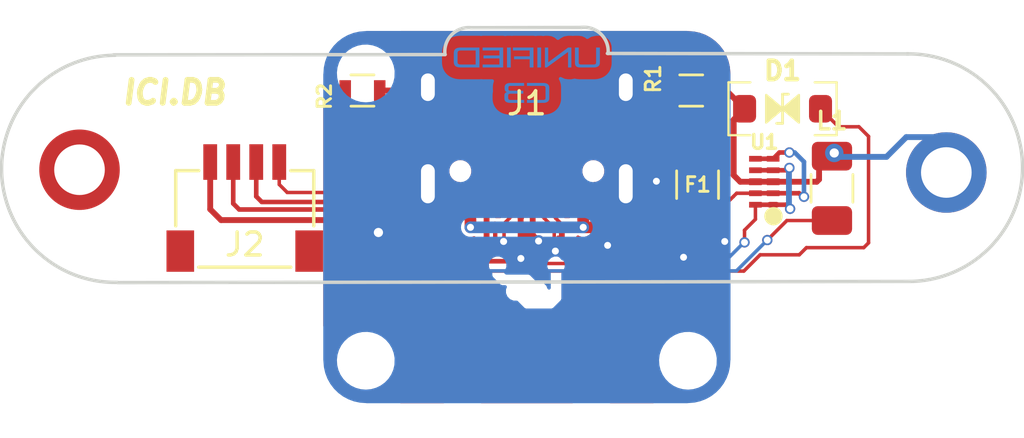
<source format=kicad_pcb>
(kicad_pcb (version 20211014) (generator pcbnew)
  (title_block (title "Unified Daughterboard") (date "2020-03-22") (rev "C3") (company "Designed by the keyboard community"))
  (layers (0 "F.Cu" signal) (31 "B.Cu" signal) (34 "B.Paste" user) (35 "F.Paste" user) (36 "B.SilkS" user "B.Silkscreen") (37 "F.SilkS" user "F.Silkscreen") (38 "B.Mask" user) (39 "F.Mask" user) (44 "Edge.Cuts" user))
  (net 0 "")
  (net 1 "GND")
  (net 2 "VCC")
  (net 3 "GNDPWR")
  (net 4 "Net-(J1-PadB8)")
  (net 5 "Net-(J1-PadA5)")
  (net 6 "DA+")
  (net 7 "Net-(J1-PadB5)")
  (net 8 "Net-(J1-PadA8)")
  (net 9 "DA-")
  (net 10 "VBUS")
  (footprint "random-keyboard-parts:Generic-Mounthole" (layer "F.Cu") (at 93.2325 62.853)
    (fp_text reference "MH2" hide)
    (fp_text value "Mount-M2" hide)
    (pad "1" thru_hole circle locked (at 0 0) (size 3.500001 3.500001) (drill 2.2) (layers *.Cu *.Mask) (net 3 "GNDPWR"))
  )
  (footprint "Resistors_SMD:R_0603" (layer "F.Cu") (at 67.85875 59.28675)
    (fp_text reference "R2" (at -1.651 0.254 90) (layer "F.SilkS") (effects (font (size 0.5842 0.5842) (thickness 0.127))))
    (fp_text value "5.1k")
    (pad "1" smd rect locked (at -0.75 0) (size 0.5 0.9) (layers "F.Cu" "F.Paste" "F.Mask") (net 7 "Net-(J1-PadB5)"))
    (pad "2" smd rect locked (at 0.75 0) (size 0.5 0.9) (layers "F.Cu" "F.Paste" "F.Mask") (net 3 "GNDPWR"))
  )
  (footprint "acheron_Components:USON-10_2.5x1.0mm_P0.5mm" (layer "F.Cu") (at 85.32125 63.2555 180)
    (fp_text reference "U1" (at 0 1.7272) (layer "F.SilkS") (effects (font (size 0.6 0.6))))
    (fp_text value "TPD4E05U06DQAR")
    (pad "1" smd roundrect locked (at -0.385 -1 90) (size 0.25 0.55) (layers "F.Cu" "F.Paste" "F.Mask") (roundrect_rratio 0.5) (net 6 "DA+"))
    (pad "2" smd rect locked (at -0.385 -0.5 90) (size 0.25 0.55) (layers "F.Cu" "F.Paste" "F.Mask") (net 9 "DA-"))
    (pad "3" smd rect locked (at -0.385 0 90) (size 0.3 0.55) (layers "F.Cu" "F.Paste" "F.Mask") (net 3 "GNDPWR"))
    (pad "4" smd rect locked (at -0.385 0.5 90) (size 0.25 0.55) (layers "F.Cu" "F.Paste" "F.Mask") (net 6 "DA+"))
    (pad "5" smd rect locked (at -0.385 1 90) (size 0.25 0.55) (layers "F.Cu" "F.Paste" "F.Mask") (net 9 "DA-"))
    (pad "6" smd rect locked (at 0.385 1 90) (size 0.25 0.55) (layers "F.Cu" "F.Paste" "F.Mask") (net 9 "DA-"))
    (pad "7" smd rect locked (at 0.385 0.5 90) (size 0.25 0.55) (layers "F.Cu" "F.Paste" "F.Mask") (net 6 "DA+"))
    (pad "8" smd rect locked (at 0.385 0 90) (size 0.3 0.55) (layers "F.Cu" "F.Paste" "F.Mask") (net 3 "GNDPWR"))
    (pad "9" smd rect locked (at 0.385 -0.5 90) (size 0.25 0.55) (layers "F.Cu" "F.Paste" "F.Mask") (net 9 "DA-"))
    (pad "10" smd rect locked (at 0.385 -1 90) (size 0.25 0.55) (layers "F.Cu" "F.Paste" "F.Mask") (net 6 "DA+"))
  )
  (footprint "acheron_Components:D_SOD-123_Bidirectional" (layer "F.Cu") (at 86.115 60.0805)
    (fp_text reference "D1" (at 0 -1.651) (layer "F.SilkS") (effects (font (size 0.8 0.8) (thickness 0.2))))
    (fp_text value "SMF9.0CA")
    (pad "1" smd roundrect locked (at -1.65 0) (size 1 1.2) (layers "F.Cu" "F.Paste" "F.Mask") (net 3 "GNDPWR"))
    (pad "2" smd roundrect locked (at 1.65 0) (size 1 1.2) (layers "F.Cu" "F.Paste" "F.Mask") (net 2 "VCC"))
  )
  (footprint "Inductor_SMD:L_1206_3216Metric" (layer "F.Cu") (at 88.2625 63.543 90)
    (fp_text reference "L1" (at 2.936 0 180) (layer "F.SilkS") (effects (font (size 0.762 0.762) (thickness 0.1524))))
    (fp_text value "60R@100MHz")
    (pad "1" smd roundrect locked (at -1.4 0 90) (size 1.25 1.75) (layers "F.Cu" "F.Paste" "F.Mask") (roundrect_rratio 0.2) (net 1 "GND"))
    (pad "2" smd roundrect locked (at 1.4 0 90) (size 1.25 1.75) (layers "F.Cu" "F.Paste" "F.Mask") (roundrect_rratio 0.2) (net 3 "GNDPWR"))
  )
  (footprint "random-keyboard-parts:Generic-Mounthole" (layer "F.Cu") (at 55.5625 62.733)
    (fp_text reference "MH1")
    (fp_text value "Mount-M2" hide)
    (pad "" np_thru_hole circle locked (at 0 0) (size 3.500001 3.500001) (drill 2.2) (layers "F.Cu" "F.Mask") (clearance 0.508))
  )
  (footprint "random-keyboard-parts:JST-SR-4" (layer "F.Cu") (at 62.7425 67.173)
    (fp_text reference "J2" (at 0.004 -1.189) (layer "F.SilkS"))
    (fp_text value "SM04B-SRSS-TB(LF)(SN)")
    (pad "" smd rect locked (at -2.8 -0.9) (size 1.2 1.8) (layers "F.Cu" "F.Paste" "F.Mask"))
    (pad "" smd rect locked (at 2.8 -0.9) (size 1.2 1.8) (layers "F.Cu" "F.Paste" "F.Mask"))
    (pad "1" smd rect locked (at -1.5 -4.775) (size 0.6 1.55) (layers "F.Cu" "F.Paste" "F.Mask") (net 2 "VCC"))
    (pad "2" smd rect locked (at -0.5 -4.775) (size 0.6 1.55) (layers "F.Cu" "F.Paste" "F.Mask") (net 9 "DA-"))
    (pad "3" smd rect locked (at 0.5 -4.775) (size 0.6 1.55) (layers "F.Cu" "F.Paste" "F.Mask") (net 6 "DA+"))
    (pad "4" smd rect locked (at 1.5 -4.775) (size 0.6 1.55) (layers "F.Cu" "F.Paste" "F.Mask") (net 1 "GND"))
  )
  (footprint "Fuse:Fuse_1206_3216Metric" (layer "F.Cu") (at 82.4225 63.383 -90)
    (fp_text reference "F1" (at 0 0) (layer "F.SilkS") (effects (font (size 0.635 0.635) (thickness 0.127))))
    (fp_text value "ASMD1206-150")
    (pad "1" smd roundrect locked (at -1.4 0 270) (size 1.25 1.75) (layers "F.Cu" "F.Paste" "F.Mask") (roundrect_rratio 0.2) (net 10 "VBUS"))
    (pad "2" smd roundrect locked (at 1.4 0 270) (size 1.25 1.75) (layers "F.Cu" "F.Paste" "F.Mask") (roundrect_rratio 0.2) (net 2 "VCC"))
  )
  (footprint "Resistors_SMD:R_0603" (layer "F.Cu") (at 82.14625 59.28675)
    (fp_text reference "R1" (at -1.651 -0.508 90) (layer "F.SilkS") (effects (font (size 0.635 0.635) (thickness 0.127))))
    (fp_text value "5.1k")
    (pad "1" smd rect locked (at -0.75 0) (size 0.5 0.9) (layers "F.Cu" "F.Paste" "F.Mask") (net 5 "Net-(J1-PadA5)"))
    (pad "2" smd rect locked (at 0.75 0) (size 0.5 0.9) (layers "F.Cu" "F.Paste" "F.Mask") (net 3 "GNDPWR"))
  )
  (footprint "acheron_Connectors:TYPE-C-31-M-12" (layer "F.Cu") (at 75.0025 64.843 180)
    (fp_text reference "J1" (at 0 5) (layer "F.SilkS"))
    (fp_text value "TYPE-C-31-M12_13")
    (pad "" np_thru_hole circle locked (at -2.89 2.051 180) (size 0.65 0.65) (drill 0.65) (layers *.Cu *.Mask))
    (pad "" np_thru_hole circle locked (at 2.89 2.051 180) (size 0.65 0.65) (drill 0.65) (layers *.Cu *.Mask))
    (pad "A1" smd roundrect locked (at -3.25 1.275 180) (size 0.6 1.45) (drill (offset 0 -0.55)) (layers "F.Cu" "F.Paste" "F.Mask") (net 3 "GNDPWR"))
    (pad "A4" smd roundrect locked (at -2.45 1.275 180) (size 0.6 1.45) (drill (offset 0 -0.55)) (layers "F.Cu" "F.Paste" "F.Mask") (net 10 "VBUS"))
    (pad "A5" smd roundrect locked (at -1.25 1.275 180) (size 0.3 1.45) (drill (offset 0 -0.55)) (layers "F.Cu" "F.Paste" "F.Mask") (net 5 "Net-(J1-PadA5)"))
    (pad "A6" smd roundrect locked (at -0.254 1.275 180) (size 0.3 1.45) (drill (offset 0 -0.55)) (layers "F.Cu" "F.Paste" "F.Mask") (net 6 "DA+"))
    (pad "A7" smd roundrect locked (at 0.25 1.275 180) (size 0.3 1.45) (drill (offset 0 -0.55)) (layers "F.Cu" "F.Paste" "F.Mask") (net 9 "DA-"))
    (pad "A8" smd roundrect locked (at 1.25 1.275 180) (size 0.3 1.45) (drill (offset 0 -0.55)) (layers "F.Cu" "F.Paste" "F.Mask") (net 8 "Net-(J1-PadA8)"))
    (pad "B1" smd roundrect locked (at 3.25 1.275 180) (size 0.6 1.45) (drill (offset 0 -0.55)) (layers "F.Cu" "F.Paste" "F.Mask") (net 3 "GNDPWR"))
    (pad "B4" smd roundrect locked (at 2.45 1.275 180) (size 0.6 1.45) (drill (offset 0 -0.55)) (layers "F.Cu" "F.Paste" "F.Mask") (net 10 "VBUS"))
    (pad "B5" smd roundrect locked (at 1.75 1.275 180) (size 0.3 1.45) (drill (offset 0 -0.55)) (layers "F.Cu" "F.Paste" "F.Mask") (net 7 "Net-(J1-PadB5)"))
    (pad "B6" smd roundrect locked (at 0.75 1.275 180) (size 0.3 1.45) (drill (offset 0 -0.55)) (layers "F.Cu" "F.Paste" "F.Mask") (net 6 "DA+"))
    (pad "B7" smd roundrect locked (at -0.75 1.275 180) (size 0.3 1.45) (drill (offset 0 -0.55)) (layers "F.Cu" "F.Paste" "F.Mask") (net 9 "DA-"))
    (pad "B8" smd roundrect locked (at -1.75 1.275 180) (size 0.3 1.45) (drill (offset 0 -0.55)) (layers "F.Cu" "F.Paste" "F.Mask") (net 4 "Net-(J1-PadB8)"))
    (pad "S" thru_hole oval locked (at 4.3 1.5 180) (size 1.1 2.2) (drill oval 0.6 1.7) (layers *.Cu *.Mask) (net 3 "GNDPWR"))
    (pad "S" thru_hole oval locked (at -4.3 5.7 180) (size 1.3 1.9) (drill oval 0.6 1.2) (layers *.Cu *.Mask) (net 3 "GNDPWR"))
    (pad "S" thru_hole oval locked (at -4.3 1.5 180) (size 1.1 2.2) (drill oval 0.6 1.7) (layers *.Cu *.Mask) (net 3 "GNDPWR"))
    (pad "S" thru_hole oval locked (at 4.3 5.7 180) (size 1.3 1.9) (drill oval 0.6 1.2) (layers *.Cu *.Mask) (net 3 "GNDPWR"))
  )
  (footprint "Unified-Daughterboard-Logo:Unified-Daughterboard-Logo.pretty" (layer "B.Cu") (at 75.0025 66.509 180)
    (fp_text reference "G1" hide)
    (fp_text value "Unified-Daughterboard-Logo" hide)
  )
  (footprint "Unified-Daughterboard-Logo:Unified-Daughterboard-Name.pretty" (layer "B.Cu") (at 75.0025 58.62 180)
    (fp_text reference "G2" hide)
    (fp_text value "Unified-Daughterboard-Name" hide)
    (pad "1" smd custom locked (at -0.21 1.11 180) (size 0.1 0.1) (layers "B.Cu" "B.Mask") (options (clearance outline) (anchor circle)) (primitives (gr_poly (pts (xy 0.003288 -0.773876) (xy 0.085012 -0.773493) (xy 0.085387 -0.594886) (xy 0.085763 -0.416278) (xy 0.764682 -0.416278) (xy 0.764682 -0.287592) (xy 0.085751 -0.287592) (xy 0.085751 -0.034657) (xy 0.813494 -0.034657) (xy 0.813494 0.094029) (xy -0.078435 0.094029) (xy -0.078435 -0.774258)) (width 0) (fill yes))))
    (pad "1" smd custom locked (at 1.12 1.09 180) (size 0.1 0.1) (layers "B.Cu" "B.Mask") (options (clearance outline) (anchor circle)) (primitives (gr_poly (pts (xy 0.801419 -0.625552) (xy 0.437177 -0.62518) (xy 0.072936 -0.624807) (xy 0.072558 -0.492053) (xy 0.072181 -0.359299) (xy 0.76444 -0.359299) (xy 0.76444 -0.230613) (xy 0.072197 -0.230613) (xy 0.072197 -0.014657) (xy 0.801419 -0.014657) (xy 0.801419 0.114029) (xy -0.091989 0.114029) (xy -0.091989 -0.319116) (xy -0.091987 -0.350411) (xy -0.091978 -0.385353) (xy -0.091963 -0.419426) (xy -0.091941 -0.452515) (xy -0.091914 -0.484502) (xy -0.091882 -0.515272) (xy -0.091844 -0.544709) (xy -0.091802 -0.572696) (xy -0.091755 -0.599118) (xy -0.091703 -0.623859) (xy -0.091647 -0.646802) (xy -0.091588 -0.667831) (xy -0.091524 -0.686831) (xy -0.091458 -0.703685) (xy -0.091388 -0.718277) (xy -0.091316 -0.730491) (xy -0.091241 -0.740211) (xy -0.091164 -0.747321) (xy -0.091084 -0.751705) (xy -0.091003 -0.753247) (xy -0.09095 -0.75326) (xy -0.088934 -0.75334) (xy -0.084093 -0.753417) (xy -0.076541 -0.753493) (xy -0.066393 -0.753567) (xy -0.053764 -0.753638) (xy -0.038766 -0.753707) (xy -0.021516 -0.753772) (xy -0.002127 -0.753834) (xy 0.019286 -0.753893) (xy 0.042608 -0.753947) (xy 0.067726 -0.753998) (xy 0.094525 -0.754045) (xy 0.122891 -0.754087) (xy 0.152708 -0.754124) (xy 0.183864 -0.754156) (xy 0.216242 -0.754183) (xy 0.24973 -0.754204) (xy 0.284211 -0.75422) (xy 0.319573 -0.75423) (xy 0.355701 -0.754233) (xy 0.801419 -0.754233)) (width 0) (fill yes))))
    (pad "1" smd custom locked (at 0.78 0.91 180) (size 0.1 0.1) (layers "B.Cu" "B.Mask") (options (clearance outline) (anchor circle)) (primitives (gr_poly (pts (xy 0.082346 0.294029) (xy -0.08184 0.294029) (xy -0.08184 -0.574233) (xy 0.082346 -0.574233)) (width 0) (fill yes))))
    (pad "1" smd custom locked (at -1.86 1.08 180) (size 0.1 0.1) (layers "B.Cu" "B.Mask") (options (clearance outline) (anchor circle)) (primitives (gr_poly (pts (xy 0.068747 -0.406986) (xy 0.068748 -0.389825) (xy 0.068756 -0.358871) (xy 0.06877 -0.328777) (xy 0.068792 -0.299675) (xy 0.06882 -0.271694) (xy 0.068854 -0.244966) (xy 0.068893 -0.219624) (xy 0.068938 -0.195796) (xy 0.068988 -0.173616) (xy 0.069043 -0.153214) (xy 0.069102 -0.134721) (xy 0.069166 -0.118268) (xy 0.069233 -0.103986) (xy 0.069303 -0.092007) (xy 0.069376 -0.082462) (xy 0.069452 -0.075481) (xy 0.069531 -0.071197) (xy 0.069611 -0.069739) (xy 0.070388 -0.070253) (xy 0.073417 -0.072395) (xy 0.07861 -0.076119) (xy 0.085842 -0.081333) (xy 0.094985 -0.087945) (xy 0.105914 -0.095864) (xy 0.118502 -0.104998) (xy 0.132622 -0.115254) (xy 0.148149 -0.126541) (xy 0.164954 -0.138767) (xy 0.182913 -0.15184) (xy 0.201899 -0.165668) (xy 0.221784 -0.18016) (xy 0.242443 -0.195223) (xy 0.26375 -0.210765) (xy 0.284385 -0.225822) (xy 0.307606 -0.242766) (xy 0.332747 -0.26111) (xy 0.359569 -0.280681) (xy 0.387834 -0.301305) (xy 0.417304 -0.322808) (xy 0.447742 -0.345017) (xy 0.478909 -0.367758) (xy 0.510567 -0.390857) (xy 0.54248 -0.414142) (xy 0.574407 -0.437438) (xy 0.606113 -0.460572) (xy 0.637358 -0.483369) (xy 0.667905 -0.505658) (xy 0.697516 -0.527263) (xy 0.725953 -0.548012) (xy 0.994882 -0.744233) (xy 1.07457 -0.744233) (xy 1.07457 0.124029) (xy 0.931099 0.124029) (xy 0.930726 -0.197717) (xy 0.930353 -0.519464) (xy 0.49918 -0.197759) (xy 0.068007 0.123947) (xy -0.074731 0.124029) (xy -0.074731 -0.744233) (xy 0.068747 -0.744233)) (width 0) (fill yes))))
    (pad "1" smd custom locked (at 2.15 1.08 180) (size 0.1 0.1) (layers "B.Cu" "B.Mask") (options (clearance outline) (anchor circle)) (primitives (gr_poly (pts (xy 0.313898 -0.744212) (xy 0.329394 -0.744211) (xy 0.370812 -0.744199) (xy 0.410509 -0.744176) (xy 0.448409 -0.744143) (xy 0.484433 -0.744099) (xy 0.518505 -0.744046) (xy 0.550548 -0.743982) (xy 0.580483 -0.743909) (xy 0.608234 -0.743827) (xy 0.633723 -0.743735) (xy 0.656872 -0.743635) (xy 0.677605 -0.743527) (xy 0.695844 -0.74341) (xy 0.711511 -0.743285) (xy 0.72453 -0.743153) (xy 0.734822 -0.743013) (xy 0.742311 -0.742866) (xy 0.746919 -0.742712) (xy 0.7653 -0.74162) (xy 0.792054 -0.739291) (xy 0.816538 -0.736161) (xy 0.839122 -0.732172) (xy 0.860175 -0.727264) (xy 0.880066 -0.721378) (xy 0.899954 -0.714129) (xy 0.922318 -0.703905) (xy 0.942262 -0.692199) (xy 0.959866 -0.678908) (xy 0.97521 -0.663926) (xy 0.988374 -0.64715) (xy 0.999436 -0.628476) (xy 1.008478 -0.6078) (xy 1.015577 -0.585016) (xy 1.020814 -0.560023) (xy 1.024268 -0.532714) (xy 1.024308 -0.532253) (xy 1.024561 -0.528022) (xy 1.024784 -0.521829) (xy 1.024977 -0.513591) (xy 1.025141 -0.503226) (xy 1.025275 -0.49065) (xy 1.025381 -0.47578) (xy 1.025458 -0.458533) (xy 1.025508 -0.438826) (xy 1.025529 -0.416576) (xy 1.025524 -0.391701) (xy 1.025492 -0.364116) (xy 1.025433 -0.333739) (xy 1.025349 -0.300487) (xy 1.025318 -0.289715) (xy 1.025233 -0.261007) (xy 1.025149 -0.235055) (xy 1.025064 -0.21171) (xy 1.024976 -0.190822) (xy 1.024882 -0.172242) (xy 1.024782 -0.15582) (xy 1.024672 -0.141407) (xy 1.024552 -0.128854) (xy 1.024418 -0.11801) (xy 1.02427 -0.108727) (xy 1.024104 -0.100855) (xy 1.023919 -0.094244) (xy 1.023713 -0.088745) (xy 1.023484 -0.084209) (xy 1.02323 -0.080485) (xy 1.022949 -0.077425) (xy 1.022638 -0.074879) (xy 1.022297 -0.072698) (xy 1.02117 -0.066444) (xy 1.016388 -0.043784) (xy 1.010876 -0.023626) (xy 1.004491 -0.005648) (xy 0.99709 0.010475) (xy 0.98853 0.025063) (xy 0.978668 0.03844) (xy 0.967359 0.050927) (xy 0.957464 0.06015) (xy 0.940664 0.073051) (xy 0.92186 0.084428) (xy 0.900958 0.094314) (xy 0.877866 0.102741) (xy 0.852488 0.109741) (xy 0.824732 0.115348) (xy 0.794505 0.119594) (xy 0.761711 0.122511) (xy 0.76038 0.12258) (xy 0.755247 0.122731) (xy 0.747246 0.122876) (xy 0.736436 0.123012) (xy 0.722881 0.123141) (xy 0.706643 0.123262) (xy 0.687783 0.123374) (xy 0.666363 0.123478) (xy 0.642445 0.123573) (xy 0.616092 0.12366) (xy 0.587364 0.123737) (xy 0.556324 0.123805) (xy 0.523033 0.123864) (xy 0.487554 0.123913) (xy 0.449948 0.123952) (xy 0.410278 0.12398) (xy 0.368605 0.123999) (xy 0.324991 0.124007) (xy -0.089541 0.124029) (xy -0.089541 -0.004595) (xy 0.074645 -0.004595) (xy 0.41374 -0.005035) (xy 0.43309 -0.00506) (xy 0.469832 -0.005104) (xy 0.503793 -0.005146) (xy 0.535091 -0.005186) (xy 0.563843 -0.00523) (xy 0.590167 -0.005279) (xy 0.614183 -0.005337) (xy 0.636007 -0.005407) (xy 0.655758 -0.005492) (xy 0.673554 -0.005595) (xy 0.689512 -0.00572) (xy 0.703752 -0.00587) (xy 0.716391 -0.006047) (xy 0.727547 -0.006255) (xy 0.737338 -0.006496) (xy 0.745882 -0.006775) (xy 0.753297 -0.007094) (xy 0.759702 -0.007457) (xy 0.765214 -0.007865) (xy 0.769951 -0.008324) (xy 0.774032 -0.008835) (xy 0.777575 -0.009401) (xy 0.780697 -0.010027) (xy 0.783516 -0.010715) (xy 0.786151 -0.011468) (xy 0.78872 -0.012289) (xy 0.791341 -0.013182) (xy 0.794132 -0.014149) (xy 0.79721 -0.015194) (xy 0.801711 -0.016743) (xy 0.810985 -0.020469) (xy 0.81868 -0.024594) (xy 0.825753 -0.029682) (xy 0.833165 -0.036295) (xy 0.838456 -0.041941) (xy 0.84653 -0.053656) (xy 0.852863 -0.067553) (xy 0.857536 -0.083791) (xy 0.860814 -0.098583) (xy 0.860814 -0.524579) (xy 0.857544 -0.539296) (xy 0.854239 -0.551617) (xy 0.849523 -0.56337) (xy 0.843457 -0.573443) (xy 0.835723 -0.582459) (xy 0.829369 -0.588175) (xy 0.819304 -0.595087) (xy 0.807602 -0.600851) (xy 0.794019 -0.605547) (xy 0.778308 -0.609255) (xy 0.760224 -0.612057) (xy 0.739524 -0.614032) (xy 0.738586 -0.614088) (xy 0.733673 -0.614263) (xy 0.725895 -0.614428) (xy 0.715324 -0.614582) (xy 0.702033 -0.614726) (xy 0.686092 -0.61486) (xy 0.667574 -0.614982) (xy 0.646549 -0.615093) (xy 0.623091 -0.615192) (xy 0.597269 -0.61528) (xy 0.569156 -0.615355) (xy 0.538823 -0.615417) (xy 0.506343 -0.615466) (xy 0.471786 -0.615502) (xy 0.435225 -0.615525) (xy 0.39673 -0.615534) (xy 0.074645 -0.615547) (xy 0.074645 -0.004595) (xy -0.089541 -0.004595) (xy -0.089541 -0.615547) (xy -0.089541 -0.744233)) (width 0) (fill yes))))
    (pad "1" smd custom locked (at -0.54 1.02 180) (size 0.1 0.1) (layers "B.Cu" "B.Mask") (options (clearance outline) (anchor circle)) (primitives (gr_poly (pts (xy 0.084421 0.184029) (xy -0.079765 0.184029) (xy -0.079765 -0.249116) (xy -0.079762 -0.280411) (xy -0.079753 -0.315353) (xy -0.079738 -0.349426) (xy -0.079717 -0.382515) (xy -0.07969 -0.414502) (xy -0.079657 -0.445272) (xy -0.07962 -0.474709) (xy -0.079577 -0.502696) (xy -0.07953 -0.529118) (xy -0.079478 -0.553859) (xy -0.079423 -0.576802) (xy -0.079363 -0.597831) (xy -0.0793 -0.616831) (xy -0.079233 -0.633685) (xy -0.079164 -0.648277) (xy -0.079091 -0.660491) (xy -0.079016 -0.670211) (xy -0.078939 -0.677321) (xy -0.07886 -0.681705) (xy -0.078779 -0.683247) (xy -0.078157 -0.683357) (xy -0.07491 -0.683536) (xy -0.069138 -0.683701) (xy -0.061112 -0.68385) (xy -0.051103 -0.683979) (xy -0.039385 -0.684085) (xy -0.026228 -0.684165) (xy -0.011904 -0.684215) (xy 0.003314 -0.684233) (xy 0.084421 -0.684233)) (width 0) (fill yes))))
    (pad "1" smd custom locked (at -3.1 0.8 180) (size 0.1 0.1) (layers "B.Cu" "B.Mask") (options (clearance outline) (anchor circle)) (primitives (gr_poly (pts (xy 0.533046 -0.464006) (xy 0.56005 -0.463987) (xy 0.586556 -0.463959) (xy 0.612387 -0.46392) (xy 0.637369 -0.463872) (xy 0.661326 -0.463814) (xy 0.684081 -0.463747) (xy 0.70546 -0.463669) (xy 0.725286 -0.463582) (xy 0.743383 -0.463485) (xy 0.759577 -0.463378) (xy 0.773691 -0.463261) (xy 0.785549 -0.463134) (xy 0.794977 -0.462998) (xy 0.801797 -0.462851) (xy 0.805835 -0.462694) (xy 0.809248 -0.462474) (xy 0.830305 -0.460737) (xy 0.849006 -0.458433) (xy 0.865846 -0.455443) (xy 0.88132 -0.451648) (xy 0.895924 -0.44693) (xy 0.910155 -0.441169) (xy 0.924506 -0.434247) (xy 0.925882 -0.433527) (xy 0.943719 -0.42249) (xy 0.959403 -0.409438) (xy 0.97288 -0.394443) (xy 0.984093 -0.377575) (xy 0.992987 -0.358905) (xy 0.999505 -0.338505) (xy 1.000264 -0.33551) (xy 1.001227 -0.331773) (xy 1.002118 -0.328305) (xy 1.002938 -0.324986) (xy 1.003692 -0.321698) (xy 1.004382 -0.31832) (xy 1.005011 -0.314732) (xy 1.005582 -0.310816) (xy 1.006098 -0.306452) (xy 1.006562 -0.301521) (xy 1.006978 -0.295902) (xy 1.007348 -0.289476) (xy 1.007675 -0.282124) (xy 1.007962 -0.273726) (xy 1.008212 -0.264163) (xy 1.008429 -0.253315) (xy 1.008615 -0.241063) (xy 1.008774 -0.227287) (xy 1.008908 -0.211867) (xy 1.00902 -0.194684) (xy 1.009113 -0.175619) (xy 1.009192 -0.154552) (xy 1.009257 -0.131363) (xy 1.009313 -0.105933) (xy 1.009362 -0.078142) (xy 1.009408 -0.047871) (xy 1.009454 -0.015001) (xy 1.009502 0.020589) (xy 1.009556 0.059017) (xy 1.010053 0.404029) (xy 0.844293 0.404029) (xy 0.844293 0.067094) (xy 0.844292 0.034112) (xy 0.844287 -0.001018) (xy 0.844278 -0.033401) (xy 0.844263 -0.063151) (xy 0.844243 -0.090381) (xy 0.844216 -0.115203) (xy 0.844182 -0.137732) (xy 0.844139 -0.15808) (xy 0.844088 -0.176361) (xy 0.844027 -0.192687) (xy 0.843956 -0.207172) (xy 0.843874 -0.219928) (xy 0.84378 -0.231069) (xy 0.843673 -0.240709) (xy 0.843553 -0.24896) (xy 0.843419 -0.255935) (xy 0.84327 -0.261748) (xy 0.843106 -0.266511) (xy 0.842926 -0.270338) (xy 0.842728 -0.273342) (xy 0.842513 -0.275636) (xy 0.842279 -0.277334) (xy 0.842026 -0.278547) (xy 0.841693 -0.279782) (xy 0.836778 -0.292623) (xy 0.829625 -0.303717) (xy 0.820189 -0.313093) (xy 0.808426 -0.320781) (xy 0.794289 -0.326811) (xy 0.777734 -0.331215) (xy 0.758715 -0.334021) (xy 0.757371 -0.334117) (xy 0.752564 -0.334299) (xy 0.745076 -0.334468) (xy 0.735089 -0.334626) (xy 0.722784 -0.334772) (xy 0.708343 -0.334906) (xy 0.691949 -0.335028) (xy 0.673782 -0.335138) (xy 0.654026 -0.335236) (xy 0.632862 -0.335322) (xy 0.610471 -0.335397) (xy 0.587037 -0.335459) (xy 0.56274 -0.335509) (xy 0.537763 -0.335548) (xy 0.512288 -0.335574) (xy 0.486496 -0.335589) (xy 0.46057 -0.335592) (xy 0.434691 -0.335583) (xy 0.409041 -0.335562) (xy 0.383803 -0.335529) (xy 0.359158 -0.335484) (xy 0.335288 -0.335427) (xy 0.312375 -0.335358) (xy 0.290601 -0.335278) (xy 0.270149 -0.335185) (xy 0.251199 -0.335081) (xy 0.233933 -0.334964) (xy 0.218535 -0.334836) (xy 0.205185 -0.334696) (xy 0.194065 -0.334544) (xy 0.185359 -0.33438) (xy 0.179246 -0.334204) (xy 0.17591 -0.334016) (xy 0.159412 -0.331646) (xy 0.142509 -0.327411) (xy 0.128049 -0.321571) (xy 0.115997 -0.314107) (xy 0.106317 -0.305001) (xy 0.098977 -0.294237) (xy 0.098866 -0.29403) (xy 0.097893 -0.292277) (xy 0.096994 -0.290699) (xy 0.096166 -0.289178) (xy 0.095405 -0.287598) (xy 0.094709 -0.285845) (xy 0.094075 -0.283801) (xy 0.0935 -0.281351) (xy 0.092981 -0.278379) (xy 0.092515 -0.274769) (xy 0.0921 -0.270405) (xy 0.091732 -0.26517) (xy 0.091408 -0.258949) (xy 0.091127 -0.251626) (xy 0.090884 -0.243085) (xy 0.090677 -0.233209) (xy 0.090503 -0.221883) (xy 0.09036 -0.208991) (xy 0.090244 -0.194417) (xy 0.090152 -0.178044) (xy 0.090082 -0.159757) (xy 0.09003 -0.13944) (xy 0.089995 -0.116977) (xy 0.089972 -0.092251) (xy 0.089959 -0.065147) (xy 0.089953 -0.035549) (xy 0.089952 -0.003341) (xy 0.089952 0.031594) (xy 0.089951 0.069371) (xy 0.089925 0.404029) (xy -0.07426 0.404029) (xy -0.074233 0.064934) (xy -0.074233 0.056895) (xy -0.074227 0.019475) (xy -0.074217 -0.015124) (xy -0.074202 -0.047016) (xy -0.074181 -0.076313) (xy -0.074153 -0.10313) (xy -0.074119 -0.12758) (xy -0.074076 -0.149778) (xy -0.074025 -0.169835) (xy -0.073965 -0.187867) (xy -0.073894 -0.203987) (xy -0.073813 -0.218309) (xy -0.07372 -0.230945) (xy -0.073615 -0.242011) (xy -0.073498 -0.251618) (xy -0.073366 -0.259882) (xy -0.07322 -0.266916) (xy -0.07306 -0.272833) (xy -0.072883 -0.277748) (xy -0.07269 -0.281773) (xy -0.07248 -0.285022) (xy -0.072252 -0.287609) (xy -0.072005 -0.289648) (xy -0.070903 -0.296724) (xy -0.065671 -0.320281) (xy -0.058291 -0.341867) (xy -0.048721 -0.361574) (xy -0.036916 -0.379497) (xy -0.022834 -0.39573) (xy -0.01687 -0.401474) (xy -0.003985 -0.412081) (xy 0.010583 -0.421761) (xy 0.027473 -0.430958) (xy 0.034325 -0.434254) (xy 0.056097 -0.4432) (xy 0.079213 -0.450434) (xy 0.103987 -0.456031) (xy 0.130734 -0.460065) (xy 0.159766 -0.462612) (xy 0.162074 -0.462714) (xy 0.168001 -0.462866) (xy 0.176592 -0.463008) (xy 0.187672 -0.463141) (xy 0.201065 -0.463265) (xy 0.216596 -0.46338) (xy 0.234088 -0.463485) (xy 0.253366 -0.463581) (xy 0.274255 -0.463667) (xy 0.296578 -0.463744) (xy 0.32016 -0.463811) (xy 0.344824 -0.463869) (xy 0.370397 -0.463917) (xy 0.396701 -0.463956) (xy 0.423561 -0.463985) (xy 0.450801 -0.464005) (xy 0.478246 -0.464015) (xy 0.505719 -0.464015)) (width 0) (fill yes))))
    (pad "1" smd custom locked (at -0.9 -0.79 180) (size 0.1 0.1) (layers "B.Cu" "B.Mask") (options (clearance outline) (anchor circle)) (primitives (gr_poly (pts (xy 0.894083 -0.285396) (xy 0.162643 -0.284604) (xy 0.148215 -0.28062) (xy 0.140689 -0.27833) (xy 0.125966 -0.272283) (xy 0.113823 -0.264855) (xy 0.104221 -0.256019) (xy 0.097122 -0.245749) (xy 0.096154 -0.243975) (xy 0.095065 -0.242029) (xy 0.094077 -0.240196) (xy 0.093185 -0.238338) (xy 0.092383 -0.236315) (xy 0.091667 -0.233986) (xy 0.091032 -0.231212) (xy 0.090474 -0.227854) (xy 0.089987 -0.223772) (xy 0.089566 -0.218826) (xy 0.089207 -0.212877) (xy 0.088905 -0.205785) (xy 0.088655 -0.19741) (xy 0.088453 -0.187613) (xy 0.088293 -0.176254) (xy 0.08817 -0.163194) (xy 0.088081 -0.148292) (xy 0.088019 -0.131409) (xy 0.087981 -0.112407) (xy 0.08796 -0.091143) (xy 0.087954 -0.067481) (xy 0.087956 -0.041279) (xy 0.087962 -0.012397) (xy 0.087967 0.019302) (xy 0.087968 0.035011) (xy 0.08797 0.065453) (xy 0.087973 0.093142) (xy 0.087983 0.118217) (xy 0.088004 0.140816) (xy 0.088041 0.161079) (xy 0.088097 0.179143) (xy 0.088177 0.195148) (xy 0.088286 0.209231) (xy 0.088427 0.221532) (xy 0.088606 0.232189) (xy 0.088825 0.241342) (xy 0.089091 0.249127) (xy 0.089407 0.255685) (xy 0.089777 0.261153) (xy 0.090206 0.265671) (xy 0.090698 0.269377) (xy 0.091257 0.272409) (xy 0.091889 0.274907) (xy 0.092597 0.277009) (xy 0.093385 0.278853) (xy 0.094258 0.280578) (xy 0.09522 0.282323) (xy 0.096276 0.284226) (xy 0.102003 0.292642) (xy 0.111022 0.301664) (xy 0.122093 0.309466) (xy 0.134767 0.315738) (xy 0.148591 0.320169) (xy 0.149299 0.320338) (xy 0.151761 0.320894) (xy 0.154316 0.321409) (xy 0.157079 0.321885) (xy 0.160163 0.322323) (xy 0.163683 0.322725) (xy 0.167755 0.323092) (xy 0.172493 0.323425) (xy 0.178011 0.323727) (xy 0.184424 0.323999) (xy 0.191847 0.324243) (xy 0.200394 0.324459) (xy 0.21018 0.324651) (xy 0.22132 0.324818) (xy 0.233927 0.324964) (xy 0.248118 0.325088) (xy 0.264006 0.325194) (xy 0.281706 0.325282) (xy 0.301333 0.325354) (xy 0.323001 0.325412) (xy 0.346825 0.325457) (xy 0.372919 0.325491) (xy 0.401399 0.325515) (xy 0.432379 0.325531) (xy 0.465973 0.32554) (xy 0.502296 0.325545) (xy 0.541462 0.325546) (xy 0.894083 0.325546) (xy 0.894083 0.454326) (xy 0.523926 0.453788) (xy 0.487637 0.453732) (xy 0.447892 0.453663) (xy 0.410961 0.453591) (xy 0.376767 0.453514) (xy 0.345233 0.453431) (xy 0.316282 0.453344) (xy 0.289836 0.45325) (xy 0.265818 0.453149) (xy 0.24415 0.453042) (xy 0.224755 0.452928) (xy 0.207556 0.452805) (xy 0.192475 0.452675) (xy 0.179434 0.452535) (xy 0.168358 0.452386) (xy 0.159167 0.452228) (xy 0.151784 0.452059) (xy 0.146134 0.45188) (xy 0.142136 0.45169) (xy 0.139716 0.451488) (xy 0.129032 0.450053) (xy 0.100521 0.44515) (xy 0.074518 0.438966) (xy 0.050879 0.431444) (xy 0.029459 0.422527) (xy 0.010114 0.412157) (xy -0.0073 0.400278) (xy -0.022926 0.386832) (xy -0.030704 0.378898) (xy -0.042344 0.36482) (xy -0.052076 0.349726) (xy -0.060136 0.333172) (xy -0.066762 0.314711) (xy -0.072189 0.293898) (xy -0.075501 0.278953) (xy -0.075501 0.000861) (xy -0.075498 -0.030031) (xy -0.075491 -0.058179) (xy -0.075478 -0.083719) (xy -0.075459 -0.106786) (xy -0.075432 -0.127516) (xy -0.075396 -0.146044) (xy -0.075348 -0.162506) (xy -0.075289 -0.177038) (xy -0.075216 -0.189776) (xy -0.075129 -0.200854) (xy -0.075025 -0.21041) (xy -0.074904 -0.218577) (xy -0.074764 -0.225492) (xy -0.074604 -0.231291) (xy -0.074422 -0.236108) (xy -0.074218 -0.240081) (xy -0.073989 -0.243343) (xy -0.073735 -0.246032) (xy -0.073454 -0.248282) (xy -0.073144 -0.250229) (xy -0.072805 -0.252009) (xy -0.071402 -0.25847) (xy -0.064639 -0.281934) (xy -0.055649 -0.303459) (xy -0.044427 -0.323062) (xy -0.043823 -0.323961) (xy -0.037047 -0.332809) (xy -0.028538 -0.342284) (xy -0.019054 -0.351632) (xy -0.009353 -0.360104) (xy -0.000191 -0.366948) (xy 0.019103 -0.378489) (xy 0.041682 -0.389062) (xy 0.066269 -0.397774) (xy 0.09296 -0.404651) (xy 0.121848 -0.409723) (xy 0.153028 -0.413017) (xy 0.153298 -0.413029) (xy 0.156133 -0.413074) (xy 0.161763 -0.413121) (xy 0.170059 -0.413168) (xy 0.180892 -0.413216) (xy 0.194134 -0.413263) (xy 0.209656 -0.413311) (xy 0.227328 -0.413358) (xy 0.247024 -0.413404) (xy 0.268613 -0.413449) (xy 0.291966 -0.413493) (xy 0.316956 -0.413536) (xy 0.343454 -0.413577) (xy 0.37133 -0.413616) (xy 0.400456 -0.413653) (xy 0.430703 -0.413687) (xy 0.461942 -0.413718) (xy 0.494046 -0.413747) (xy 0.526884 -0.413772) (xy 0.894083 -0.41403)) (width 0) (fill yes))))
    (pad "1" smd custom locked (at 0.52 -0.73 180) (size 0.1 0.1) (layers "B.Cu" "B.Mask") (options (clearance outline) (anchor circle)) (primitives (gr_poly (pts (xy -0.066911 -0.474026) (xy -0.029886 -0.474008) (xy 0.004963 -0.473974) (xy 0.037575 -0.473927) (xy 0.067891 -0.473865) (xy 0.095849 -0.473788) (xy 0.12139 -0.473699) (xy 0.144453 -0.473596) (xy 0.164979 -0.473479) (xy 0.182908 -0.47335) (xy 0.198179 -0.473209) (xy 0.210732 -0.473055) (xy 0.220507 -0.472889) (xy 0.227444 -0.472711) (xy 0.231483 -0.472522) (xy 0.237137 -0.472068) (xy 0.265071 -0.469006) (xy 0.29046 -0.464759) (xy 0.313456 -0.459297) (xy 0.33421 -0.452591) (xy 0.334816 -0.452364) (xy 0.358101 -0.442428) (xy 0.37881 -0.431054) (xy 0.396964 -0.418223) (xy 0.412579 -0.40392) (xy 0.425675 -0.388126) (xy 0.436271 -0.370825) (xy 0.444385 -0.352) (xy 0.446185 -0.346852) (xy 0.448098 -0.341211) (xy 0.44972 -0.336013) (xy 0.451078 -0.330975) (xy 0.452198 -0.325813) (xy 0.453106 -0.320243) (xy 0.453827 -0.313983) (xy 0.454388 -0.306749) (xy 0.454815 -0.298257) (xy 0.455134 -0.288225) (xy 0.45537 -0.276368) (xy 0.45555 -0.262402) (xy 0.455699 -0.246046) (xy 0.455845 -0.227015) (xy 0.455901 -0.219124) (xy 0.456011 -0.199114) (xy 0.456045 -0.181718) (xy 0.45599 -0.166684) (xy 0.455834 -0.153757) (xy 0.455565 -0.142686) (xy 0.45517 -0.133217) (xy 0.454638 -0.125097) (xy 0.453956 -0.118075) (xy 0.453111 -0.111896) (xy 0.452092 -0.106308) (xy 0.450886 -0.101058) (xy 0.449481 -0.095893) (xy 0.448048 -0.091184) (xy 0.443513 -0.079144) (xy 0.437945 -0.06865) (xy 0.430795 -0.058772) (xy 0.421513 -0.048579) (xy 0.408658 -0.036859) (xy 0.391868 -0.024655) (xy 0.374014 -0.014706) (xy 0.355658 -0.007361) (xy 0.35215 -0.006203) (xy 0.348261 -0.004834) (xy 0.346233 -0.004003) (xy 0.346162 -0.003934) (xy 0.34719 -0.003066) (xy 0.35037 -0.001668) (xy 0.355107 -0.000007) (xy 0.36731 0.004652) (xy 0.383421 0.013403) (xy 0.39796 0.024494) (xy 0.410787 0.03775) (xy 0.421759 0.052993) (xy 0.430735 0.070047) (xy 0.437575 0.088735) (xy 0.442136 0.108879) (xy 0.442139 0.108898) (xy 0.442861 0.115151) (xy 0.443453 0.123868) (xy 0.443917 0.134561) (xy 0.444252 0.146738) (xy 0.444456 0.159912) (xy 0.444531 0.173593) (xy 0.444476 0.187292) (xy 0.44429 0.200519) (xy 0.443972 0.212784) (xy 0.443524 0.2236) (xy 0.442943 0.232475) (xy 0.442231 0.238921) (xy 0.442093 0.239803) (xy 0.43736 0.262045) (xy 0.430475 0.282284) (xy 0.421412 0.300576) (xy 0.410142 0.316976) (xy 0.396639 0.331537) (xy 0.395515 0.332578) (xy 0.379667 0.345468) (xy 0.361931 0.356757) (xy 0.342202 0.366479) (xy 0.320374 0.374669) (xy 0.296342 0.38136) (xy 0.269999 0.386589) (xy 0.24124 0.39039) (xy 0.20996 0.392797) (xy 0.206929 0.392927) (xy 0.199447 0.39313) (xy 0.189048 0.393313) (xy 0.175759 0.393475) (xy 0.159607 0.393616) (xy 0.140617 0.393736) (xy 0.118817 0.393835) (xy 0.094232 0.393912) (xy 0.066889 0.393969) (xy 0.036814 0.394003) (xy 0.004034 0.394017) (xy -0.031425 0.394008) (xy -0.069537 0.393978) (xy -0.110275 0.393927) (xy -0.400928 0.393493) (xy -0.401314 0.32956) (xy -0.401699 0.265627) (xy -0.095869 0.265175) (xy -0.089214 0.265166) (xy -0.054206 0.265112) (xy -0.022011 0.26506) (xy 0.007495 0.265008) (xy 0.034436 0.264954) (xy 0.058934 0.264898) (xy 0.081114 0.264838) (xy 0.101099 0.264773) (xy 0.119012 0.264703) (xy 0.134977 0.264625) (xy 0.149117 0.264538) (xy 0.161556 0.264442) (xy 0.172416 0.264335) (xy 0.181822 0.264216) (xy 0.189898 0.264083) (xy 0.196765 0.263937) (xy 0.202549 0.263774) (xy 0.207372 0.263595) (xy 0.211358 0.263398) (xy 0.21463 0.263182) (xy 0.217312 0.262945) (xy 0.219527 0.262687) (xy 0.221398 0.262406) (xy 0.22305 0.262101) (xy 0.235632 0.259124) (xy 0.246579 0.255351) (xy 0.255535 0.250693) (xy 0.262986 0.244896) (xy 0.269417 0.237704) (xy 0.270432 0.236357) (xy 0.27271 0.233097) (xy 0.274566 0.229844) (xy 0.276047 0.226267) (xy 0.277201 0.222038) (xy 0.278074 0.216826) (xy 0.278713 0.210304) (xy 0.279165 0.20214) (xy 0.279478 0.192007) (xy 0.279698 0.179573) (xy 0.279873 0.164511) (xy 0.279893 0.162473) (xy 0.280015 0.147592) (xy 0.280035 0.135283) (xy 0.279921 0.125202) (xy 0.279642 0.117006) (xy 0.279164 0.110352) (xy 0.278455 0.104896) (xy 0.277483 0.100294) (xy 0.276214 0.096204) (xy 0.274618 0.092282) (xy 0.272661 0.088185) (xy 0.268629 0.08143) (xy 0.2623 0.074348) (xy 0.254177 0.06852) (xy 0.243885 0.063686) (xy 0.231049 0.059589) (xy 0.218836 0.056317) (xy -0.36395 0.054767) (xy -0.36472 -0.073087) (xy -0.078859 -0.073598) (xy -0.050795 -0.073647) (xy -0.018414 -0.073702) (xy 0.011242 -0.073755) (xy 0.038304 -0.073808) (xy 0.062901 -0.073865) (xy 0.085163 -0.07393) (xy 0.10522 -0.074005) (xy 0.123202 -0.074095) (xy 0.139238 -0.074203) (xy 0.153457 -0.074332) (xy 0.165991 -0.074485) (xy 0.176968 -0.074668) (xy 0.186519 -0.074882) (xy 0.194773 -0.075131) (xy 0.201859 -0.075419) (xy 0.207909 -0.075749) (xy 0.21305 -0.076125) (xy 0.217414 -0.076549) (xy 0.22113 -0.077027) (xy 0.224328 -0.077561) (xy 0.227137 -0.078154) (xy 0.229687 -0.07881) (xy 0.232109 -0.079533) (xy 0.234531 -0.080326) (xy 0.237084 -0.081192) (xy 0.239897 -0.082135) (xy 0.242024 -0.082851) (xy 0.256147 -0.088622) (xy 0.267622 -0.095389) (xy 0.276633 -0.103349) (xy 0.283362 -0.112695) (xy 0.287993 -0.123624) (xy 0.290709 -0.13633) (xy 0.290791 -0.136997) (xy 0.291226 -0.142773) (xy 0.291546 -0.151397) (xy 0.291751 -0.162775) (xy 0.291838 -0.176815) (xy 0.291807 -0.193423) (xy 0.291656 -0.212506) (xy 0.29154 -0.223211) (xy 0.291345 -0.238241) (xy 0.29111 -0.250811) (xy 0.290801 -0.26123) (xy 0.290384 -0.269806) (xy 0.289826 -0.276847) (xy 0.289093 -0.28266) (xy 0.288151 -0.287554) (xy 0.286966 -0.291836) (xy 0.285505 -0.295814) (xy 0.283733 -0.299797) (xy 0.281618 -0.304092) (xy 0.28113 -0.305037) (xy 0.27485 -0.314468) (xy 0.266565 -0.322593) (xy 0.256059 -0.329555) (xy 0.243116 -0.335501) (xy 0.22752 -0.340576) (xy 0.21292 -0.344604) (xy -0.094004 -0.345344) (xy -0.400928 -0.346083) (xy -0.401314 -0.410057) (xy -0.401699 -0.47403) (xy -0.095055 -0.47403)) (width 0) (fill yes))))
  )
  (gr_line (start 57.2125 67.643) (end 91.6425 67.593) (layer "Edge.Cuts") (width 0.15))
  (gr_line (start 57.0425 57.733) (end 71.4525 57.723) (layer "Edge.Cuts") (width 0.15))
  (gr_arc (start 91.5225 57.693) (mid 96.542845 62.592794) (end 91.6225 67.593) (layer "Edge.Cuts") (width 0.15))
  (gr_line (start 78.5025 57.673) (end 91.5825 57.693) (layer "Edge.Cuts") (width 0.15))
  (gr_arc (start 57.1925 67.633) (mid 52.182336 62.743324) (end 57.1125 57.753) (layer "Edge.Cuts") (width 0.15))
  (gr_arc (start 77.3725 56.543) (mid 78.222371 56.830964) (end 78.5325 57.673) (layer "Edge.Cuts") (width 0.15))
  (gr_arc (start 71.444536 57.712871) (mid 71.7325 56.863) (end 72.574536 56.552871) (layer "Edge.Cuts") (width 0.15))
  (gr_line (start 72.5925 56.552871) (end 77.3725 56.543) (layer "Edge.Cuts") (width 0.15))
  (gr_text "ICI.DB\n" (at 59.6825 59.373) (layer "F.SilkS") (effects (font (size 1 1) (thickness 0.25) italic)))
  (segment (start 64.2425 62.398) (end 64.2425 63.373) (width 0.1524) (layer "F.Cu") (net 1))
  (segment (start 67.8725 63.723) (end 68.5525 64.403) (width 0.1524) (layer "F.Cu") (net 1))
  (segment (start 64.5825 63.713) (end 64.5925 63.723) (width 0.1524) (layer "F.Cu") (net 1))
  (segment (start 64.5925 63.723) (end 67.8725 63.723) (width 0.1524) (layer "F.Cu") (net 1))
  (segment (start 68.5525 64.403) (end 68.5525 65.463) (width 0.1524) (layer "F.Cu") (net 1))
  (segment (start 85.4525 65.793) (end 86.3025 64.943) (width 0.1524) (layer "F.Cu") (net 1))
  (segment (start 86.3025 64.943) (end 88.2625 64.943) (width 0.1524) (layer "F.Cu") (net 1))
  (segment (start 64.2425 63.373) (end 64.5825 63.713) (width 0.1524) (layer "F.Cu") (net 1))
  (via (at 68.5525 65.463) (size 0.8) (drill 0.4) (layers "F.Cu" "B.Cu") (net 1))
  (via (at 85.4525 65.793) (size 0.45) (drill 0.3) (layers "F.Cu" "B.Cu") (net 1))
  (segment (start 84.1125 67.133) (end 85.4525 65.793) (width 0.1524) (layer "B.Cu") (net 1))
  (segment (start 68.5525 65.463) (end 70.2225 67.133) (width 0.1524) (layer "B.Cu") (net 1))
  (segment (start 70.2225 67.133) (end 84.1125 67.133) (width 0.1524) (layer "B.Cu") (net 1))
  (segment (start 68.5425 67.163) (end 68.56278 67.14272) (width 0.1524) (layer "F.Cu") (net 2))
  (segment (start 68.56278 67.14272) (end 82.61222 67.14272) (width 0.1524) (layer "F.Cu") (net 2))
  (segment (start 89.4325 60.863) (end 89.8525 61.283) (width 0.1524) (layer "F.Cu") (net 2))
  (segment (start 89.8525 61.283) (end 89.8525 65.913) (width 0.1524) (layer "F.Cu") (net 2))
  (segment (start 82.5425 67.143) (end 82.5125 67.113) (width 0.1524) (layer "F.Cu") (net 2))
  (segment (start 87.765 60.0805) (end 88.5475 60.863) (width 0.1524) (layer "F.Cu") (net 2))
  (segment (start 88.5475 60.863) (end 89.4325 60.863) (width 0.1524) (layer "F.Cu") (net 2))
  (segment (start 85.1425 66.433) (end 84.4325 67.143) (width 0.1524) (layer "F.Cu") (net 2))
  (segment (start 68.5425 67.163) (end 67.372548 67.163) (width 0.254) (layer "F.Cu") (net 2))
  (segment (start 66.9125 66.702952) (end 66.9125 64.923) (width 0.254) (layer "F.Cu") (net 2))
  (segment (start 84.4325 67.143) (end 82.6125 67.143) (width 0.1524) (layer "F.Cu") (net 2))
  (segment (start 87.1525 66.123) (end 86.8425 66.433) (width 0.1524) (layer "F.Cu") (net 2))
  (segment (start 82.5125 67.113) (end 82.5125 66.303) (width 0.1524) (layer "F.Cu") (net 2))
  (segment (start 82.5125 64.873) (end 82.4225 64.783) (width 0.254) (layer "F.Cu") (net 2))
  (segment (start 67.372548 67.163) (end 66.9125 66.702952) (width 0.254) (layer "F.Cu") (net 2))
  (segment (start 61.7125 64.923) (end 61.2425 64.453) (width 0.254) (layer "F.Cu") (net 2))
  (segment (start 66.9125 64.923) (end 61.7125 64.923) (width 0.254) (layer "F.Cu") (net 2))
  (segment (start 82.6125 67.143) (end 82.5425 67.143) (width 0.1524) (layer "F.Cu") (net 2))
  (segment (start 89.8525 65.913) (end 89.6425 66.123) (width 0.1524) (layer "F.Cu") (net 2))
  (segment (start 86.8425 66.433) (end 85.1425 66.433) (width 0.1524) (layer "F.Cu") (net 2))
  (segment (start 61.2425 64.453) (end 61.2425 62.398) (width 0.254) (layer "F.Cu") (net 2))
  (segment (start 89.6425 66.123) (end 87.1525 66.123) (width 0.1524) (layer "F.Cu") (net 2))
  (segment (start 82.5125 66.303) (end 82.5125 64.873) (width 0.254) (layer "F.Cu") (net 2))
  (segment (start 82.61222 67.14272) (end 82.6125 67.143) (width 0.1524) (layer "F.Cu") (net 2))
  (segment (start 83.9925 60.553) (end 84.465 60.0805) (width 0.254) (layer "F.Cu") (net 3))
  (segment (start 87.7025 62.46175) (end 87.7025 63.153) (width 0.254) (layer "F.Cu") (net 3))
  (segment (start 68.60875 59.28675) (end 70.55875 59.28675) (width 0.254) (layer "F.Cu") (net 3))
  (segment (start 79.3245 59.143) (end 79.3245 59.283) (width 0.508) (layer "F.Cu") (net 3))
  (segment (start 70.55875 59.28675) (end 70.7025 59.143) (width 0.254) (layer "F.Cu") (net 3))
  (segment (start 84.275 63.2555) (end 83.9925 62.973) (width 0.254) (layer "F.Cu") (net 3))
  (segment (start 82.89625 59.28675) (end 83.67125 59.28675) (width 0.254) (layer "F.Cu") (net 3))
  (segment (start 84.93625 63.2555) (end 84.275 63.2555) (width 0.254) (layer "F.Cu") (net 3))
  (segment (start 87.7025 63.153) (end 87.6 63.2555) (width 0.254) (layer "F.Cu") (net 3))
  (segment (start 83.67125 59.28675) (end 84.465 60.0805) (width 0.254) (layer "F.Cu") (net 3))
  (segment (start 83.9925 62.973) (end 83.9925 60.553) (width 0.254) (layer "F.Cu") (net 3))
  (segment (start 85.70625 63.2555) (end 84.93625 63.2555) (width 0.254) (layer "F.Cu") (net 3))
  (segment (start 87.6 63.2555) (end 85.70625 63.2555) (width 0.254) (layer "F.Cu") (net 3))
  (via (at 88.3625 62.003) (size 0.8) (drill 0.4) (layers "F.Cu" "B.Cu") (net 3))
  (segment (start 88.5325 62.173) (end 90.6325 62.173) (width 0.254) (layer "B.Cu") (net 3))
  (segment (start 88.3625 62.003) (end 88.5325 62.173) (width 0.254) (layer "B.Cu") (net 3))
  (segment (start 90.6325 62.173) (end 91.4925 61.313) (width 0.254) (layer "B.Cu") (net 3))
  (segment (start 91.4925 61.313) (end 93.5225 61.313) (width 0.254) (layer "B.Cu") (net 3))
  (segment (start 76.5265 65.4048) (end 76.5265 65.114445) (width 0.1524) (layer "F.Cu") (net 5))
  (segment (start 76.5225 65.723) (end 76.5225 65.4088) (width 0.254) (layer "F.Cu") (net 5))
  (segment (start 76.2525 64.840445) (end 76.2525 63.568) (width 0.1524) (layer "F.Cu") (net 5))
  (segment (start 78.5125 66.023) (end 76.8225 66.023) (width 0.254) (layer "F.Cu") (net 5))
  (segment (start 81.39625 59.28675) (end 80.82875 59.28675) (width 0.254) (layer "F.Cu") (net 5))
  (segment (start 76.2545 64.238) (end 76.2545 64.389) (width 0.254) (layer "F.Cu") (net 5))
  (segment (start 76.2545 64.389) (end 76.231501 64.411999) (width 0.254) (layer "F.Cu") (net 5))
  (segment (start 80.82875 59.28675) (end 80.6325 59.483) (width 0.254) (layer "F.Cu") (net 5))
  (segment (start 80.6325 59.483) (end 80.6325 63.233) (width 0.254) (layer "F.Cu") (net 5))
  (segment (start 76.5225 65.4088) (end 76.5265 65.4048) (width 0.254) (layer "F.Cu") (net 5))
  (segment (start 76.5265 65.114445) (end 76.2525 64.840445) (width 0.1524) (layer "F.Cu") (net 5))
  (segment (start 76.8225 66.023) (end 76.5225 65.723) (width 0.254) (layer "F.Cu") (net 5))
  (via (at 80.6325 63.233) (size 0.45) (drill 0.3) (layers "F.Cu" "B.Cu") (net 5))
  (via (at 78.5125 66.023) (size 0.45) (drill 0.3) (layers "F.Cu" "B.Cu") (net 5))
  (segment (start 80.6325 63.233) (end 80.6325 65.743) (width 0.254) (layer "B.Cu") (net 5))
  (segment (start 80.3525 66.023) (end 78.5125 66.023) (width 0.254) (layer "B.Cu") (net 5))
  (segment (start 80.3925 65.983) (end 80.3525 66.023) (width 0.254) (layer "B.Cu") (net 5))
  (segment (start 80.6325 65.743) (end 80.3925 65.983) (width 0.254) (layer "B.Cu") (net 5))
  (segment (start 81.5398 66.813) (end 81.8125 66.5403) (width 0.1524) (layer "F.Cu") (net 6))
  (segment (start 84.4625 65.363) (end 84.93625 64.88925) (width 0.1524) (layer "F.Cu") (net 6))
  (segment (start 86.4425 64.433) (end 86.265 64.2555) (width 0.2) (layer "F.Cu") (net 6))
  (segment (start 67.62902 65.88952) (end 67.62902 64.677798) (width 0.2) (layer "F.Cu") (net 6))
  (segment (start 74.0125 65.078828) (end 74.0125 65.833) (width 0.1524) (layer "F.Cu") (net 6))
  (segment (start 67.087701 64.13648) (end 63.48598 64.13648) (width 0.2) (layer "F.Cu") (net 6))
  (segment (start 67.996019 66.256519) (end 67.62902 65.88952) (width 0.2) (layer "F.Cu") (net 6))
  (segment (start 85.70625 64.2555) (end 84.93625 64.2555) (width 0.2) (layer "F.Cu") (net 6))
  (segment (start 63.2425 63.893) (end 63.2425 62.398) (width 0.2) (layer "F.Cu") (net 6))
  (segment (start 75.5225 65.843) (end 75.2565 65.577) (width 0.254) (layer "F.Cu") (net 6))
  (segment (start 85.70625 62.7555) (end 84.93625 62.7555) (width 0.2) (layer "F.Cu") (net 6))
  (segment (start 86.31 62.7555) (end 86.4125 62.653) (width 0.2) (layer "F.Cu") (net 6))
  (segment (start 74.2525 64.838828) (end 74.2525 63.568) (width 0.1524) (layer "F.Cu") (net 6))
  (segment (start 73.588981 66.256519) (end 67.996019 66.256519) (width 0.2) (layer "F.Cu") (net 6))
  (segment (start 67.62902 64.677798) (end 67.087701 64.13648) (width 0.2) (layer "F.Cu") (net 6))
  (segment (start 78.6825 66.813) (end 81.5398 66.813) (width 0.1524) (layer "F.Cu") (net 6))
  (segment (start 73.61278 66.23272) (end 73.588981 66.256519) (width 0.2) (layer "F.Cu") (net 6))
  (segment (start 84.93625 64.88925) (end 84.93625 64.2555) (width 0.1524) (layer "F.Cu") (net 6))
  (segment (start 75.5125 66.743) (end 75.5325 66.763) (width 0.1524) (layer "F.Cu") (net 6))
  (segment (start 63.48598 64.13648) (end 63.2425 63.893) (width 0.2) (layer "F.Cu") (net 6))
  (segment (start 73.9925 65.853) (end 73.61278 66.23272) (width 0.1524) (layer "F.Cu") (net 6))
  (segment (start 86.265 64.2555) (end 85.70625 64.2555) (width 0.2) (layer "F.Cu") (net 6))
  (segment (start 75.5325 66.763) (end 75.5825 66.813) (width 0.1524) (layer "F.Cu") (net 6))
  (segment (start 74.0125 65.078828) (end 74.2525 64.838828) (width 0.1524) (layer "F.Cu") (net 6))
  (segment (start 85.70625 62.7555) (end 86.31 62.7555) (width 0.2) (layer "F.Cu") (net 6))
  (segment (start 75.5125 65.833) (end 75.5125 66.743) (width 0.1524) (layer "F.Cu") (net 6))
  (segment (start 74.0125 65.833) (end 73.9925 65.853) (width 0.1524) (layer "F.Cu") (net 6))
  (segment (start 75.5025 65.823) (end 75.5125 65.833) (width 0.1524) (layer "F.Cu") (net 6))
  (segment (start 75.5825 66.813) (end 78.6825 66.813) (width 0.1524) (layer "F.Cu") (net 6))
  (segment (start 75.2565 65.577) (end 75.2565 63.568) (width 0.254) (layer "F.Cu") (net 6))
  (segment (start 84.4625 65.893) (end 84.4625 65.363) (width 0.1524) (layer "F.Cu") (net 6))
  (via (at 73.9925 65.853) (size 0.45) (drill 0.3048) (layers "F.Cu" "B.Cu") (net 6))
  (via (at 86.4425 64.433) (size 0.45) (drill 0.3) (layers "F.Cu" "B.Cu") (net 6))
  (via (at 86.4125 62.653) (size 0.45) (drill 0.3) (layers "F.Cu" "B.Cu") (net 6))
  (via (at 75.5125 65.833) (size 0.508) (drill 0.3048) (layers "F.Cu" "B.Cu") (net 6))
  (via (at 81.8125 66.5403) (size 0.45) (drill 0.3) (layers "F.Cu" "B.Cu") (net 6))
  (via (at 84.4625 65.893) (size 0.45) (drill 0.3) (layers "F.Cu" "B.Cu") (net 6))
  (segment (start 75.4925 65.853) (end 75.5125 65.833) (width 0.1524) (layer "B.Cu") (net 6))
  (segment (start 86.4125 62.663) (end 86.3925 62.683) (width 0.2) (layer "B.Cu") (net 6))
  (segment (start 83.7952 66.5403) (end 84.3825 65.953) (width 0.1524) (layer "B.Cu") (net 6))
  (segment (start 86.3925 64.383) (end 86.3925 62.683) (width 0.254) (layer "B.Cu") (net 6))
  (segment (start 86.3925 62.683) (end 86.3825 62.673) (width 0.254) (layer "B.Cu") (net 6))
  (segment (start 84.4425 65.893) (end 84.4625 65.893) (width 0.1524) (layer "B.Cu") (net 6))
  (segment (start 73.9925 65.853) (end 75.4925 65.853) (width 0.1524) (layer "B.Cu") (net 6))
  (segment (start 86.4425 64.433) (end 86.3925 64.383) (width 0.254) (layer "B.Cu") (net 6))
  (segment (start 86.4125 62.653) (end 86.4125 62.663) (width 0.2) (layer "B.Cu") (net 6))
  (segment (start 84.3825 65.953) (end 84.4425 65.893) (width 0.1524) (layer "B.Cu") (net 6))
  (segment (start 81.8125 66.5403) (end 83.7952 66.5403) (width 0.1524) (layer "B.Cu") (net 6))
  (segment (start 73.0535 65.903) (end 73.2525 65.704) (width 0.254) (layer "F.Cu") (net 7))
  (segment (start 69.4325 65.423) (end 69.9125 65.903) (width 0.254) (layer "F.Cu") (net 7))
  (segment (start 67.4225 60.353) (end 69.2925 60.353) (width 0.254) (layer "F.Cu") (net 7))
  (segment (start 73.0525 65.853) (end 73.2525 65.653) (width 0.1524) (layer "F.Cu") (net 7))
  (segment (start 67.10875 59.28675) (end 67.10875 60.03925) (width 0.254) (layer "F.Cu") (net 7))
  (segment (start 67.10875 60.03925) (end 67.4225 60.353) (width 0.254) (layer "F.Cu") (net 7))
  (segment (start 73.2525 65.653) (end 73.2525 63.568) (width 0.1524) (layer "F.Cu") (net 7))
  (segment (start 69.4325 60.493) (end 69.4325 65.423) (width 0.254) (layer "F.Cu") (net 7))
  (segment (start 73.2525 65.704) (end 73.2525 63.568) (width 0.254) (layer "F.Cu") (net 7))
  (segment (start 69.2925 60.353) (end 69.4325 60.493) (width 0.254) (layer "F.Cu") (net 7))
  (segment (start 69.9125 65.903) (end 73.0535 65.903) (width 0.254) (layer "F.Cu") (net 7))
  (segment (start 76.19278 66.22328) (end 76.19278 65.279108) (width 0.1524) (layer "F.Cu") (net 9))
  (segment (start 85.70625 62.2555) (end 84.93625 62.2555) (width 0.2) (layer "F.Cu") (net 9))
  (segment (start 66.952452 64.463) (end 62.5025 64.463) (width 0.2) (layer "F.Cu") (net 9))
  (segment (start 74.7325 66.583) (end 74.7325 64.827432) (width 0.254) (layer "F.Cu") (net 9))
  (segment (start 84.93625 63.7555) (end 84.12 63.7555) (width 0.1524) (layer "F.Cu") (net 9))
  (segment (start 74.7525 64.807432) (end 74.7525 63.568) (width 0.254) (layer "F.Cu") (net 9))
  (segment (start 86.4125 61.983) (end 85.97875 61.983) (width 0.2) (layer "F.Cu") (net 9))
  (segment (start 75.7525 64.838828) (end 75.7525 63.568) (width 0.1524) (layer "F.Cu") (net 9))
  (segment (start 67.3025 66.233) (end 67.3025 64.813048) (width 0.2) (layer "F.Cu") (net 9))
  (segment (start 76.19278 65.279108) (end 75.7525 64.838828) (width 0.1524) (layer "F.Cu") (net 9))
  (segment (start 83.6025 64.273) (end 83.6025 65.853) (width 0.1524) (layer "F.Cu") (net 9))
  (segment (start 76.2425 66.273) (end 76.19278 66.22328) (width 0.1524) (layer "F.Cu") (net 9))
  (segment (start 67.3025 64.813048) (end 66.952452 64.463) (width 0.2) (layer "F.Cu") (net 9))
  (segment (start 85.70625 63.7555) (end 84.93625 63.7555) (width 0.2) (layer "F.Cu") (net 9))
  (segment (start 85.70625 63.7555) (end 86.835 63.7555) (width 0.2) (layer "F.Cu") (net 9))
  (segment (start 74.7325 66.583) (end 74.7425 66.593) (width 0.1524) (layer "F.Cu") (net 9))
  (segment (start 85.97875 61.983) (end 85.70625 62.2555) (width 0.2) (layer "F.Cu") (net 9))
  (segment (start 84.12 63.7555) (end 83.9725 63.903) (width 0.1524) (layer "F.Cu") (net 9))
  (segment (start 86.835 63.7555) (end 86.9885 63.909) (width 0.2) (layer "F.Cu") (net 9))
  (segment (start 74.7325 66.583) (end 74.6025 66.713) (width 0.2) (layer "F.Cu") (net 9))
  (segment (start 67.7825 66.713) (end 67.3025 66.233) (width 0.2) (layer "F.Cu") (net 9))
  (segment (start 62.5025 64.463) (end 62.2425 64.203) (width 0.2) (layer "F.Cu") (net 9))
  (segment (start 86.9885 63.909) (end 87.046 63.909) (width 0.2) (layer "F.Cu") (net 9))
  (segment (start 83.9725 63.903) (end 83.6025 64.273) (width 0.1524) (layer "F.Cu") (net 9))
  (segment (start 74.7325 64.827432) (end 74.7525 64.807432) (width 0.254) (layer "F.Cu") (net 9))
  (segment (start 74.6025 66.713) (end 67.7825 66.713) (width 0.2) (layer "F.Cu") (net 9))
  (segment (start 62.2425 64.203) (end 62.2425 62.398) (width 0.2) (layer "F.Cu") (net 9))
  (via (at 74.7425 66.593) (size 0.508) (drill 0.3048) (layers "F.Cu" "B.Cu") (net 9))
  (via (at 87.046 63.909) (size 0.45) (drill 0.3) (layers "F.Cu" "B.Cu") (net 9))
  (via (at 76.2425 66.273) (size 0.45) (drill 0.3048) (layers "F.Cu" "B.Cu") (net 9))
  (via (at 83.6025 65.853) (size 0.45) (drill 0.3) (layers "F.Cu" "B.Cu") (net 9))
  (via (at 86.4125 61.983) (size 0.45) (drill 0.3) (layers "F.Cu" "B.Cu") (net 9))
  (segment (start 83.6025 65.853) (end 81.4925 65.853) (width 0.1524) (layer "B.Cu") (net 9))
  (segment (start 76.2425 66.273) (end 75.9225 66.593) (width 0.1524) (layer "B.Cu") (net 9))
  (segment (start 86.4125 61.983) (end 86.6425 61.983) (width 0.2) (layer "B.Cu") (net 9))
  (segment (start 75.9225 66.593) (end 74.7425 66.593) (width 0.1524) (layer "B.Cu") (net 9))
  (segment (start 86.6425 61.983) (end 87.046 62.3865) (width 0.2) (layer "B.Cu") (net 9))
  (segment (start 81.4925 65.853) (end 80.7425 66.603) (width 0.1524) (layer "B.Cu") (net 9))
  (segment (start 87.046 62.3865) (end 87.046 63.909) (width 0.2) (layer "B.Cu") (net 9))
  (segment (start 80.7425 66.603) (end 76.5725 66.603) (width 0.1524) (layer "B.Cu") (net 9))
  (segment (start 76.5725 66.603) (end 76.2425 66.273) (width 0.1524) (layer "B.Cu") (net 9))
  (segment (start 77.4525 64.89548) (end 77.4525 65.239) (width 0.508) (layer "F.Cu") (net 10))
  (segment (start 77.4525 65.239) (end 79.8465 65.239) (width 0.508) (layer "F.Cu") (net 10))
  (segment (start 80.5925 64.493) (end 80.5925 64.483) (width 0.508) (layer "F.Cu") (net 10))
  (segment (start 77.4525 63.568) (end 77.4525 64.89548) (width 0.508) (layer "F.Cu") (net 10))
  (segment (start 80.5925 64.483) (end 82.14625 62.92925) (width 0.508) (layer "F.Cu") (net 10))
  (segment (start 79.8465 65.239) (end 80.5925 64.493) (width 0.508) (layer "F.Cu") (net 10))
  (segment (start 72.5525 64.89548) (end 72.5525 65.239) (width 0.508) (layer "F.Cu") (net 10))
  (segment (start 82.14625 62.92925) (end 82.14625 61.8555) (width 0.508) (layer "F.Cu") (net 10))
  (via (at 72.5525 65.239) (size 0.508) (drill 0.3048) (layers "F.Cu" "B.Cu") (net 10))
  (via (at 77.4525 65.239) (size 0.508) (drill 0.3048) (layers "F.Cu" "B.Cu") (net 10))
  (segment (start 72.5525 65.239) (end 77.4525 65.239) (width 0.508) (layer "B.Cu") (net 10))
  (zone (net 3) (net_name "GNDPWR") (layer "F.Cu") (connect_pads yes (clearance 0.1524)) (min_thickness 0.1524) (fill yes (thermal_gap 0.508) (thermal_bridge_width 0.508))
    (polygon (pts (xy 85.4145 74.398) (xy 63.8245 74.398) (xy 63.8245 55.348) (xy 85.4145 55.348)))
  )
  (zone (net 3) (net_name "GNDPWR") (layer "B.Cu") (connect_pads yes (clearance 0.1524)) (min_thickness 0.1524) (fill yes (thermal_gap 0.508) (thermal_bridge_width 0.508))
    (polygon (pts (xy 85.4145 74.398) (xy 63.8245 74.398) (xy 63.8245 55.348) (xy 85.4145 55.348)))
  )
)
</source>
